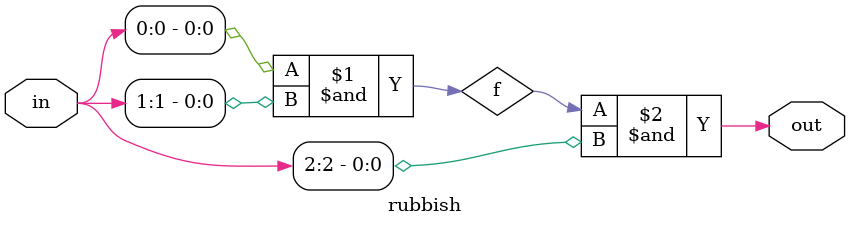
<source format=v>
`timescale 1ns / 1ps
module rubbish(
   in,out  );


	input [2:0] in; 
	output out; 
	
	wire f; 
	
	assign f = in[0] & in[1]; 
	assign out = f & in[2];



endmodule

</source>
